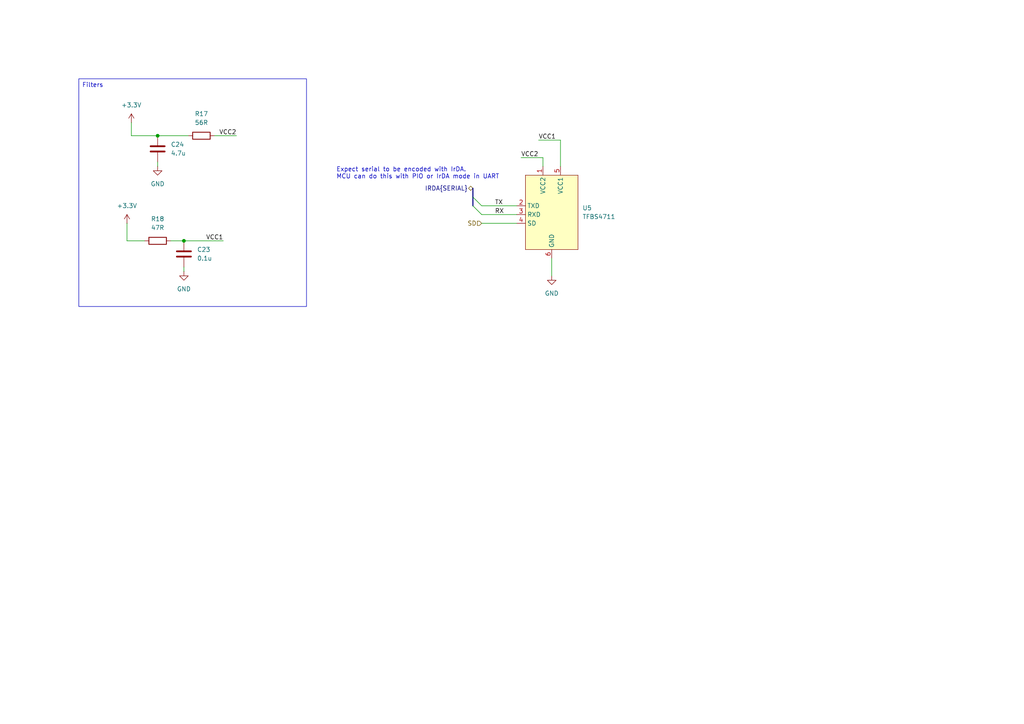
<source format=kicad_sch>
(kicad_sch (version 20250114) (generator "eeschema") (generator_version "9.0")
  (paper "A4")
  (lib_symbols
    (symbol "Device:C" (pin_numbers (hide yes)) (pin_names (offset 0.254))
      (property "Reference" "C" (at 0.635 2.54 0))
      (property "Value" "C" (at 0.635 -2.54 0))
      (symbol "C_0_1"
        (polyline (pts (xy -2.032 0.762) (xy 2.032 0.762)) (stroke (width 0.508)))
        (polyline (pts (xy -2.032 -0.762) (xy 2.032 -0.762)) (stroke (width 0.508)))
      )
      (symbol "C_1_1"
        (pin passive line (at 0 3.81 270) (length 2.794) (name "~") (number "1"))
        (pin passive line (at 0 -3.81 90) (length 2.794) (name "~") (number "2"))
      )
    )
    (symbol "Device:R" (pin_numbers (hide yes)) (pin_names (offset 0))
      (property "Reference" "R" (at 2.032 0 90))
      (property "Value" "R" (at 0 0 90))
      (symbol "R_0_1"
        (rectangle (start -1.016 -2.54) (end 1.016 2.54) (stroke (width 0.254)))
      )
      (symbol "R_1_1"
        (pin passive line (at 0 3.81 270) (length 1.27) (name "~") (number "1"))
        (pin passive line (at 0 -3.81 90) (length 1.27) (name "~") (number "2"))
      )
    )
    (symbol "picowalker:TFBS4711"
      (property "Reference" "U" (at 0 3.048 0))
      (property "Value" "TFBS4711" (at 0 0.762 0))
      (symbol "TFBS4711_1_1"
        (rectangle (start -7.62 -3.81) (end 7.62 -25.4) (fill (type background)))
        (pin passive line (at -10.16 -12.7 0) (length 2.54) (name "TXD") (number "2"))
        (pin passive line (at -10.16 -15.24 0) (length 2.54) (name "RXD") (number "3"))
        (pin passive line (at -10.16 -17.78 0) (length 2.54) (name "SD") (number "4"))
        (pin power_in line (at -2.54 -1.27 270) (length 2.54) (name "VCC2") (number "1"))
        (pin power_in line (at 0 -27.94 90) (length 2.54) (name "GND") (number "6"))
        (pin power_in line (at 2.54 -1.27 270) (length 2.54) (name "VCC1") (number "5"))
      )
    )
    (symbol "power:+3.3V" (power) (pin_numbers (hide yes)) (pin_names (offset 0) (hide yes))
      (property "Value" "+3.3V" (at 0 3.556 0))
      (symbol "+3.3V_0_1"
        (polyline (pts (xy -0.762 1.27) (xy 0 2.54)))
        (polyline (pts (xy 0 2.54) (xy 0.762 1.27)))
        (polyline (pts (xy 0 0) (xy 0 2.54)))
      )
      (symbol "+3.3V_1_1"
        (pin power_in line (at 0 0 90) (length 0) (name "~") (number "1"))
      )
    )
    (symbol "power:GND" (power) (pin_numbers (hide yes)) (pin_names (offset 0) (hide yes))
      (property "Value" "GND" (at 0 -3.81 0))
      (symbol "GND_0_1"
        (polyline (pts (xy 0 0) (xy 0 -1.27) (xy 1.27 -1.27) (xy 0 -2.54) (xy -1.27 -1.27) (xy 0 -1.27)))
      )
      (symbol "GND_1_1"
        (pin power_in line (at 0 0 270) (length 0) (name "~") (number "1"))
      )
    )
  )
  (text "Expect serial to be encoded with IrDA.\nMCU can do this with PIO or IrDA mode in UART" (at 97.536 50.292 0) (effects (font (size 1.27 1.27)) (justify left)))
  (text_box "Filters" (at 22.86 22.86 0) (size 66.04 66.04) (margins 0.9525 0.9525 0.9525 0.9525) (effects (font (size 1.27 1.27)) (justify left top)))
  (junction (at 45.72 39.37))
  (junction (at 53.34 69.85))
  (bus_entry (at 137.16 59.69) (size 2.54 2.54))
  (bus_entry (at 137.16 57.15) (size 2.54 2.54))
  (wire (pts (xy 36.83 64.77) (xy 36.83 69.85)))
  (wire (pts (xy 139.7 62.23) (xy 149.86 62.23)))
  (bus (pts (xy 137.16 57.15) (xy 137.16 59.69)))
  (bus (pts (xy 137.16 54.61) (xy 137.16 57.15)))
  (wire (pts (xy 139.7 64.77) (xy 149.86 64.77)))
  (wire (pts (xy 151.13 45.72) (xy 157.48 45.72)))
  (wire (pts (xy 139.7 59.69) (xy 149.86 59.69)))
  (wire (pts (xy 156.21 40.64) (xy 162.56 40.64)))
  (wire (pts (xy 162.56 40.64) (xy 162.56 48.26)))
  (wire (pts (xy 45.72 46.99) (xy 45.72 48.26)))
  (wire (pts (xy 160.02 74.93) (xy 160.02 80.01)))
  (wire (pts (xy 62.23 39.37) (xy 68.58 39.37)))
  (wire (pts (xy 45.72 39.37) (xy 54.61 39.37)))
  (wire (pts (xy 53.34 77.47) (xy 53.34 78.74)))
  (wire (pts (xy 38.1 35.56) (xy 38.1 39.37)))
  (wire (pts (xy 49.53 69.85) (xy 53.34 69.85)))
  (wire (pts (xy 36.83 69.85) (xy 41.91 69.85)))
  (wire (pts (xy 38.1 39.37) (xy 45.72 39.37)))
  (wire (pts (xy 157.48 45.72) (xy 157.48 48.26)))
  (wire (pts (xy 53.34 69.85) (xy 64.77 69.85)))
  (label "RX" (at 143.51 62.23 0))
  (label "VCC1" (at 156.21 40.64 0))
  (label "TX" (at 143.51 59.69 0))
  (label "VCC1" (at 64.77 69.85 180))
  (label "VCC2" (at 68.58 39.37 180))
  (label "VCC2" (at 151.13 45.72 0))
  (hierarchical_label "SD" (shape input) (at 139.7 64.77 180))
  (hierarchical_label "IRDA{SERIAL}" (shape bidirectional) (at 137.16 54.61 180))
  (symbol (lib_id "power:GND") (at 53.34 78.74 0) (unit 1)
    (property "Reference" "#PWR051" (effects (hide yes)))
    (property "Value" "GND" (at 53.34 83.82 0))
    (property "Description" "Power symbol creates a global label with name \"GND\" , ground" (effects (hide yes)))
  )
  (symbol (lib_id "Device:C") (at 53.34 73.66 0) (unit 1)
    (property "Reference" "C23" (at 57.15 72.3899 0) (effects (justify left)))
    (property "Value" "0.1u" (at 57.15 74.9299 0) (effects (justify left)))
    (property "Footprint" "Capacitor_SMD:C_0402_1005Metric" (effects (hide yes)))
    (property "Description" "Unpolarized capacitor" (effects (hide yes)))
  )
  (symbol (lib_id "Device:R") (at 45.72 69.85 90) (unit 1)
    (property "Reference" "R18" (at 45.72 63.5 90))
    (property "Value" "47R" (at 45.72 66.04 90))
    (property "Footprint" "Resistor_SMD:R_0402_1005Metric" (effects (hide yes)))
    (property "Description" "Resistor" (effects (hide yes)))
  )
  (symbol (lib_id "Device:R") (at 58.42 39.37 90) (unit 1)
    (property "Reference" "R17" (at 58.42 33.02 90))
    (property "Value" "56R" (at 58.42 35.56 90))
    (property "Footprint" "Resistor_SMD:R_0402_1005Metric" (effects (hide yes)))
    (property "Description" "Resistor" (effects (hide yes)))
  )
  (symbol (lib_id "power:+3.3V") (at 38.1 35.56 0) (unit 1)
    (property "Reference" "#PWR049" (effects (hide yes)))
    (property "Value" "+3.3V" (at 38.1 30.48 0))
    (property "Description" "Power symbol creates a global label with name \"+3.3V\"" (effects (hide yes)))
  )
  (symbol (lib_id "power:+3.3V") (at 36.83 64.77 0) (unit 1)
    (property "Reference" "#PWR050" (effects (hide yes)))
    (property "Value" "+3.3V" (at 36.83 59.69 0))
    (property "Description" "Power symbol creates a global label with name \"+3.3V\"" (effects (hide yes)))
  )
  (symbol (lib_id "picowalker:TFBS4711") (at 160.02 46.99 0) (unit 1)
    (property "Reference" "U5" (at 168.91 60.3249 0) (effects (justify left)))
    (property "Value" "TFBS4711" (at 168.91 62.8649 0) (effects (justify left)))
  )
  (symbol (lib_id "power:GND") (at 160.02 80.01 0) (unit 1)
    (property "Reference" "#PWR053" (effects (hide yes)))
    (property "Value" "GND" (at 160.02 85.09 0))
    (property "Description" "Power symbol creates a global label with name \"GND\" , ground" (effects (hide yes)))
  )
  (symbol (lib_id "Device:C") (at 45.72 43.18 0) (unit 1)
    (property "Reference" "C24" (at 49.53 41.9099 0) (effects (justify left)))
    (property "Value" "4.7u" (at 49.53 44.4499 0) (effects (justify left)))
    (property "Footprint" "Capacitor_SMD:C_0402_1005Metric" (effects (hide yes)))
    (property "Description" "Unpolarized capacitor" (effects (hide yes)))
  )
  (symbol (lib_id "power:GND") (at 45.72 48.26 0) (unit 1)
    (property "Reference" "#PWR052" (effects (hide yes)))
    (property "Value" "GND" (at 45.72 53.34 0))
    (property "Description" "Power symbol creates a global label with name \"GND\" , ground" (effects (hide yes)))
  )
)
</source>
